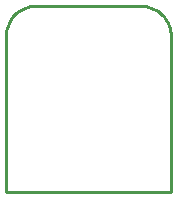
<source format=gbr>
G04 EAGLE Gerber RS-274X export*
G75*
%MOMM*%
%FSLAX34Y34*%
%LPD*%
%IN*%
%IPPOS*%
%AMOC8*
5,1,8,0,0,1.08239X$1,22.5*%
G01*
%ADD10C,0.254000*%


D10*
X0Y0D02*
X139700Y0D01*
X139700Y132080D01*
X139603Y134294D01*
X139314Y136491D01*
X138835Y138654D01*
X138168Y140767D01*
X137320Y142815D01*
X136297Y144780D01*
X135106Y146649D01*
X133758Y148407D01*
X132261Y150041D01*
X130627Y151538D01*
X128869Y152886D01*
X127000Y154077D01*
X125035Y155100D01*
X122987Y155948D01*
X120874Y156615D01*
X118711Y157094D01*
X116514Y157383D01*
X114300Y157480D01*
X25400Y157480D01*
X23186Y157383D01*
X20989Y157094D01*
X18826Y156615D01*
X16713Y155948D01*
X14666Y155100D01*
X12700Y154077D01*
X10831Y152886D01*
X9073Y151538D01*
X7440Y150041D01*
X5942Y148407D01*
X4594Y146649D01*
X3403Y144780D01*
X2380Y142815D01*
X1532Y140767D01*
X865Y138654D01*
X386Y136491D01*
X97Y134294D01*
X0Y132080D01*
X0Y0D01*
M02*

</source>
